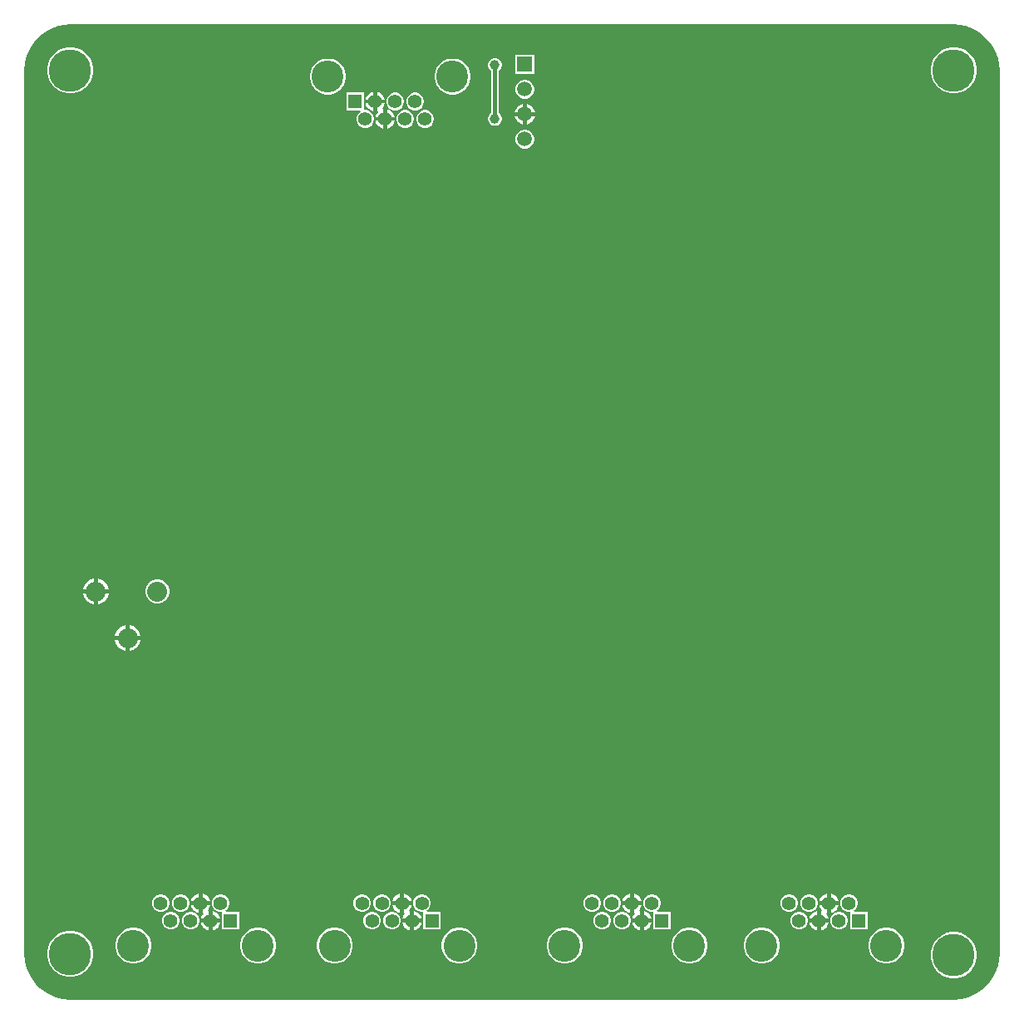
<source format=gbl>
G04*
G04 #@! TF.GenerationSoftware,Altium Limited,Altium Designer,23.7.1 (13)*
G04*
G04 Layer_Physical_Order=2*
G04 Layer_Color=16711680*
%FSLAX44Y44*%
%MOMM*%
G71*
G04*
G04 #@! TF.SameCoordinates,0BEFCA26-5C96-4926-A50D-4D7A3FA2ED98*
G04*
G04*
G04 #@! TF.FilePolarity,Positive*
G04*
G01*
G75*
%ADD61C,1.3900*%
%ADD62R,1.3900X1.3900*%
%ADD63C,3.2500*%
%ADD67C,0.4000*%
%ADD68R,1.5000X1.5000*%
%ADD69C,1.5000*%
%ADD70C,2.0320*%
%ADD72C,1.0000*%
%ADD73C,4.3180*%
G36*
X50000Y996666D02*
X950000D01*
X950140Y996694D01*
X956096Y996303D01*
X962088Y995112D01*
X967872Y993148D01*
X973352Y990446D01*
X978431Y987052D01*
X983024Y983024D01*
X987052Y978431D01*
X990446Y973352D01*
X993148Y967872D01*
X995112Y962088D01*
X996303Y956096D01*
X996694Y950140D01*
X996666Y950000D01*
X996666Y50000D01*
X996694Y49860D01*
X996303Y43904D01*
X995112Y37912D01*
X993148Y32127D01*
X990446Y26648D01*
X987052Y21569D01*
X983024Y16976D01*
X978431Y12948D01*
X973352Y9554D01*
X967872Y6852D01*
X962088Y4888D01*
X956096Y3697D01*
X950140Y3306D01*
X950000Y3334D01*
X50000D01*
X49860Y3306D01*
X43904Y3697D01*
X37912Y4888D01*
X32128Y6852D01*
X26648Y9554D01*
X21569Y12948D01*
X16976Y16976D01*
X12948Y21569D01*
X9554Y26648D01*
X6852Y32127D01*
X4888Y37912D01*
X3697Y43904D01*
X3380Y48739D01*
X3334Y50000D01*
X3334Y50000D01*
X3334Y51252D01*
Y950000D01*
X3306Y950140D01*
X3697Y956096D01*
X4888Y962088D01*
X6852Y967872D01*
X9554Y973352D01*
X12948Y978431D01*
X16976Y983024D01*
X21569Y987052D01*
X26648Y990446D01*
X32127Y993148D01*
X37912Y995112D01*
X43904Y996303D01*
X49860Y996694D01*
X50000Y996666D01*
D02*
G37*
%LPC*%
G36*
X522580Y965534D02*
X503580D01*
Y946534D01*
X522580D01*
Y965534D01*
D02*
G37*
G36*
X952323Y973590D02*
X947677D01*
X943119Y972683D01*
X938826Y970905D01*
X934962Y968324D01*
X931676Y965038D01*
X929095Y961174D01*
X927317Y956881D01*
X926410Y952323D01*
Y947677D01*
X927317Y943119D01*
X929095Y938826D01*
X931676Y934962D01*
X934962Y931676D01*
X938826Y929095D01*
X943119Y927317D01*
X947677Y926410D01*
X952323D01*
X956881Y927317D01*
X961174Y929095D01*
X965038Y931676D01*
X968324Y934962D01*
X970905Y938826D01*
X972683Y943119D01*
X973590Y947677D01*
Y952323D01*
X972683Y956881D01*
X970905Y961174D01*
X968324Y965038D01*
X965038Y968324D01*
X961174Y970905D01*
X956881Y972683D01*
X952323Y973590D01*
D02*
G37*
G36*
X52323D02*
X47677D01*
X43119Y972683D01*
X38826Y970905D01*
X34962Y968324D01*
X31676Y965038D01*
X29095Y961174D01*
X27317Y956881D01*
X26410Y952323D01*
Y947677D01*
X27317Y943119D01*
X29095Y938826D01*
X31676Y934962D01*
X34962Y931676D01*
X38826Y929095D01*
X43119Y927317D01*
X47677Y926410D01*
X52323D01*
X56881Y927317D01*
X61174Y929095D01*
X65038Y931676D01*
X68324Y934962D01*
X70905Y938826D01*
X72683Y943119D01*
X73590Y947677D01*
Y952323D01*
X72683Y956881D01*
X70905Y961174D01*
X68324Y965038D01*
X65038Y968324D01*
X61174Y970905D01*
X56881Y972683D01*
X52323Y973590D01*
D02*
G37*
G36*
X441217Y961860D02*
X437622D01*
X434097Y961159D01*
X430775Y959783D01*
X427786Y957786D01*
X425244Y955244D01*
X423247Y952255D01*
X421871Y948933D01*
X421170Y945407D01*
Y941813D01*
X421871Y938287D01*
X423247Y934965D01*
X425244Y931976D01*
X427786Y929434D01*
X430775Y927437D01*
X434097Y926061D01*
X437622Y925360D01*
X441217D01*
X444743Y926061D01*
X448065Y927437D01*
X451054Y929434D01*
X453596Y931976D01*
X455593Y934965D01*
X456969Y938287D01*
X457670Y941813D01*
Y945407D01*
X456969Y948933D01*
X455593Y952255D01*
X453596Y955244D01*
X451054Y957786D01*
X448065Y959783D01*
X444743Y961159D01*
X441217Y961860D01*
D02*
G37*
G36*
X314217D02*
X310623D01*
X307097Y961159D01*
X303775Y959783D01*
X300786Y957786D01*
X298244Y955244D01*
X296247Y952255D01*
X294871Y948933D01*
X294170Y945407D01*
Y941813D01*
X294871Y938287D01*
X296247Y934965D01*
X298244Y931976D01*
X300786Y929434D01*
X303775Y927437D01*
X307097Y926061D01*
X310623Y925360D01*
X314217D01*
X317743Y926061D01*
X321065Y927437D01*
X324054Y929434D01*
X326596Y931976D01*
X328593Y934965D01*
X329969Y938287D01*
X330670Y941813D01*
Y945407D01*
X329969Y948933D01*
X328593Y952255D01*
X326596Y955244D01*
X324054Y957786D01*
X321065Y959783D01*
X317743Y961159D01*
X314217Y961860D01*
D02*
G37*
G36*
X514331Y940134D02*
X511829D01*
X509413Y939486D01*
X507247Y938235D01*
X505478Y936467D01*
X504227Y934300D01*
X503580Y931884D01*
Y929383D01*
X504227Y926967D01*
X505478Y924800D01*
X507247Y923032D01*
X509413Y921781D01*
X511829Y921134D01*
X514331D01*
X516747Y921781D01*
X518913Y923032D01*
X520682Y924800D01*
X521933Y926967D01*
X522580Y929383D01*
Y931884D01*
X521933Y934300D01*
X520682Y936467D01*
X518913Y938235D01*
X516747Y939486D01*
X514331Y940134D01*
D02*
G37*
G36*
X362680Y927975D02*
Y920210D01*
X370445D01*
X369952Y922051D01*
X368642Y924319D01*
X366789Y926172D01*
X364521Y927482D01*
X362680Y927975D01*
D02*
G37*
G36*
X358680Y927975D02*
X356839Y927482D01*
X354571Y926172D01*
X352718Y924319D01*
X351408Y922051D01*
X350915Y920210D01*
X358680D01*
Y927975D01*
D02*
G37*
G36*
X402498Y927160D02*
X400142D01*
X397865Y926550D01*
X395825Y925372D01*
X394158Y923705D01*
X392980Y921665D01*
X392370Y919388D01*
Y917032D01*
X392980Y914755D01*
X394158Y912715D01*
X395825Y911048D01*
X397865Y909870D01*
X400142Y909260D01*
X402498D01*
X404775Y909870D01*
X406815Y911048D01*
X408482Y912715D01*
X409660Y914755D01*
X410270Y917032D01*
Y919388D01*
X409660Y921665D01*
X408482Y923705D01*
X406815Y925372D01*
X404775Y926550D01*
X402498Y927160D01*
D02*
G37*
G36*
X382178D02*
X379822D01*
X377545Y926550D01*
X375505Y925372D01*
X373838Y923705D01*
X372660Y921665D01*
X372050Y919388D01*
Y917032D01*
X372660Y914755D01*
X373838Y912715D01*
X375505Y911048D01*
X377545Y909870D01*
X379822Y909260D01*
X382178D01*
X384455Y909870D01*
X386495Y911048D01*
X388162Y912715D01*
X389340Y914755D01*
X389950Y917032D01*
Y919388D01*
X389340Y921665D01*
X388162Y923705D01*
X386495Y925372D01*
X384455Y926550D01*
X382178Y927160D01*
D02*
G37*
G36*
X358680Y916210D02*
X350915D01*
X351408Y914369D01*
X352718Y912101D01*
X354571Y910248D01*
X356839Y908938D01*
X358680Y908445D01*
Y916210D01*
D02*
G37*
G36*
X515080Y915568D02*
Y907233D01*
X523414D01*
X522864Y909286D01*
X521482Y911681D01*
X519527Y913636D01*
X517133Y915018D01*
X515080Y915568D01*
D02*
G37*
G36*
X511080Y915568D02*
X509027Y915018D01*
X506633Y913636D01*
X504678Y911681D01*
X503296Y909286D01*
X502746Y907233D01*
X511080D01*
Y915568D01*
D02*
G37*
G36*
X372840Y910195D02*
Y902430D01*
X380605D01*
X380112Y904271D01*
X378802Y906539D01*
X376949Y908392D01*
X374681Y909702D01*
X372840Y910195D01*
D02*
G37*
G36*
X370445Y916210D02*
X362680D01*
Y908445D01*
X363100Y908557D01*
X363757Y907419D01*
X362878Y906539D01*
X361568Y904271D01*
X361075Y902430D01*
X368840D01*
Y910195D01*
X368420Y910083D01*
X367763Y911221D01*
X368642Y912101D01*
X369952Y914369D01*
X370445Y916210D01*
D02*
G37*
G36*
X511080Y903233D02*
X502746D01*
X503296Y901181D01*
X504678Y898786D01*
X506633Y896832D01*
X509027Y895449D01*
X511080Y894899D01*
Y903233D01*
D02*
G37*
G36*
X523414D02*
X515080D01*
Y894899D01*
X517133Y895449D01*
X519527Y896832D01*
X521482Y898786D01*
X522864Y901181D01*
X523414Y903233D01*
D02*
G37*
G36*
X483522Y962244D02*
X481678D01*
X479898Y961767D01*
X478302Y960845D01*
X476999Y959542D01*
X476077Y957946D01*
X475600Y956165D01*
Y954322D01*
X476077Y952542D01*
X476999Y950946D01*
X478302Y949642D01*
X478522Y949515D01*
Y906158D01*
X478302Y906031D01*
X476999Y904728D01*
X476077Y903132D01*
X475600Y901352D01*
Y899508D01*
X476077Y897728D01*
X476999Y896132D01*
X478302Y894829D01*
X479898Y893907D01*
X481678Y893430D01*
X483522D01*
X485302Y893907D01*
X486898Y894829D01*
X488201Y896132D01*
X489123Y897728D01*
X489600Y899508D01*
Y901352D01*
X489123Y903132D01*
X488201Y904728D01*
X486898Y906031D01*
X486678Y906158D01*
Y949515D01*
X486898Y949642D01*
X488201Y950946D01*
X489123Y952542D01*
X489600Y954322D01*
Y956165D01*
X489123Y957946D01*
X488201Y959542D01*
X486898Y960845D01*
X485302Y961767D01*
X483522Y962244D01*
D02*
G37*
G36*
X412658Y909380D02*
X410302D01*
X408025Y908770D01*
X405985Y907592D01*
X404318Y905925D01*
X403140Y903885D01*
X402530Y901608D01*
Y899252D01*
X403140Y896975D01*
X404318Y894935D01*
X405985Y893268D01*
X408025Y892090D01*
X410302Y891480D01*
X412658D01*
X414935Y892090D01*
X416975Y893268D01*
X418642Y894935D01*
X419820Y896975D01*
X420430Y899252D01*
Y901608D01*
X419820Y903885D01*
X418642Y905925D01*
X416975Y907592D01*
X414935Y908770D01*
X412658Y909380D01*
D02*
G37*
G36*
X392338D02*
X389982D01*
X387705Y908770D01*
X385665Y907592D01*
X383998Y905925D01*
X382820Y903885D01*
X382210Y901608D01*
Y899252D01*
X382820Y896975D01*
X383998Y894935D01*
X385665Y893268D01*
X387705Y892090D01*
X389982Y891480D01*
X392338D01*
X394615Y892090D01*
X396655Y893268D01*
X398322Y894935D01*
X399500Y896975D01*
X400110Y899252D01*
Y901608D01*
X399500Y903885D01*
X398322Y905925D01*
X396655Y907592D01*
X394615Y908770D01*
X392338Y909380D01*
D02*
G37*
G36*
X349310Y927160D02*
X331410D01*
Y909260D01*
X345374D01*
X345714Y907990D01*
X345025Y907592D01*
X343358Y905925D01*
X342180Y903885D01*
X341570Y901608D01*
Y899252D01*
X342180Y896975D01*
X343358Y894935D01*
X345025Y893268D01*
X347065Y892090D01*
X349342Y891480D01*
X351698D01*
X353975Y892090D01*
X356015Y893268D01*
X357682Y894935D01*
X358860Y896975D01*
X359470Y899252D01*
Y901608D01*
X358860Y903885D01*
X357682Y905925D01*
X356015Y907592D01*
X353975Y908770D01*
X351698Y909380D01*
X350114D01*
X349342Y909380D01*
X349310Y909404D01*
X349310Y910389D01*
Y927160D01*
D02*
G37*
G36*
X368840Y898430D02*
X361075D01*
X361568Y896589D01*
X362878Y894321D01*
X364731Y892468D01*
X366999Y891158D01*
X368840Y890665D01*
Y898430D01*
D02*
G37*
G36*
X380605D02*
X372840D01*
Y890665D01*
X374681Y891158D01*
X376949Y892468D01*
X378802Y894321D01*
X380112Y896589D01*
X380605Y898430D01*
D02*
G37*
G36*
X514331Y889333D02*
X511829D01*
X509413Y888686D01*
X507247Y887435D01*
X505478Y885667D01*
X504227Y883500D01*
X503580Y881084D01*
Y878583D01*
X504227Y876167D01*
X505478Y874000D01*
X507247Y872232D01*
X509413Y870981D01*
X511829Y870334D01*
X514331D01*
X516747Y870981D01*
X518913Y872232D01*
X520682Y874000D01*
X521933Y876167D01*
X522580Y878583D01*
Y881084D01*
X521933Y883500D01*
X520682Y885667D01*
X518913Y887435D01*
X516747Y888686D01*
X514331Y889333D01*
D02*
G37*
G36*
X78200Y432188D02*
Y421100D01*
X89288D01*
X88463Y424180D01*
X86731Y427180D01*
X84280Y429631D01*
X81280Y431363D01*
X78200Y432188D01*
D02*
G37*
G36*
X74200D02*
X71120Y431363D01*
X68120Y429631D01*
X65669Y427180D01*
X63937Y424180D01*
X63112Y421100D01*
X74200D01*
Y432188D01*
D02*
G37*
G36*
X140298Y431260D02*
X137096D01*
X134003Y430431D01*
X131230Y428830D01*
X128966Y426566D01*
X127365Y423794D01*
X126537Y420701D01*
Y417499D01*
X127365Y414406D01*
X128966Y411634D01*
X131230Y409370D01*
X134003Y407769D01*
X137096Y406940D01*
X140298D01*
X143390Y407769D01*
X146163Y409370D01*
X148427Y411634D01*
X150028Y414406D01*
X150857Y417499D01*
Y420701D01*
X150028Y423794D01*
X148427Y426566D01*
X146163Y428830D01*
X143390Y430431D01*
X140298Y431260D01*
D02*
G37*
G36*
X89288Y417100D02*
X78200D01*
Y406012D01*
X81280Y406837D01*
X84280Y408569D01*
X86731Y411020D01*
X88463Y414020D01*
X89288Y417100D01*
D02*
G37*
G36*
X74200D02*
X63112D01*
X63937Y414020D01*
X65669Y411020D01*
X68120Y408569D01*
X71120Y406837D01*
X74200Y406012D01*
Y417100D01*
D02*
G37*
G36*
X110699Y384690D02*
Y373602D01*
X121788D01*
X120962Y376682D01*
X119230Y379682D01*
X116780Y382133D01*
X113779Y383865D01*
X110699Y384690D01*
D02*
G37*
G36*
X106699Y384690D02*
X103620Y383865D01*
X100619Y382133D01*
X98169Y379682D01*
X96436Y376682D01*
X95611Y373602D01*
X106699D01*
Y384690D01*
D02*
G37*
G36*
X121788Y369602D02*
X110699D01*
Y358514D01*
X113779Y359339D01*
X116780Y361071D01*
X119230Y363521D01*
X120962Y366522D01*
X121788Y369602D01*
D02*
G37*
G36*
X106699D02*
X95611D01*
X96436Y366522D01*
X98169Y363521D01*
X100619Y361071D01*
X103620Y359339D01*
X106699Y358514D01*
Y369602D01*
D02*
G37*
G36*
X824960Y111365D02*
Y103600D01*
X832725D01*
X832232Y105441D01*
X830922Y107709D01*
X829069Y109562D01*
X826801Y110872D01*
X824960Y111365D01*
D02*
G37*
G36*
X820960D02*
X819119Y110872D01*
X816851Y109562D01*
X814998Y107709D01*
X813688Y105441D01*
X813195Y103600D01*
X820960D01*
Y111365D01*
D02*
G37*
G36*
X624300D02*
Y103600D01*
X632065D01*
X631572Y105441D01*
X630262Y107709D01*
X628409Y109562D01*
X626141Y110872D01*
X624300Y111365D01*
D02*
G37*
G36*
X620300D02*
X618459Y110872D01*
X616191Y109562D01*
X614338Y107709D01*
X613028Y105441D01*
X612535Y103600D01*
X620300D01*
Y111365D01*
D02*
G37*
G36*
X389930D02*
Y103600D01*
X397695D01*
X397202Y105441D01*
X395892Y107709D01*
X394039Y109562D01*
X391771Y110872D01*
X389930Y111365D01*
D02*
G37*
G36*
X385930D02*
X384090Y110872D01*
X381821Y109562D01*
X379968Y107709D01*
X378658Y105441D01*
X378165Y103600D01*
X385930D01*
Y111365D01*
D02*
G37*
G36*
X184880D02*
Y103600D01*
X192645D01*
X192152Y105441D01*
X190842Y107709D01*
X188989Y109562D01*
X186721Y110872D01*
X184880Y111365D01*
D02*
G37*
G36*
X180880D02*
X179039Y110872D01*
X176771Y109562D01*
X174918Y107709D01*
X173608Y105441D01*
X173115Y103600D01*
X180880D01*
Y111365D01*
D02*
G37*
G36*
X820960Y99600D02*
X813195D01*
X813688Y97759D01*
X814998Y95491D01*
X815877Y94611D01*
X815220Y93473D01*
X814800Y93585D01*
Y85820D01*
X822565D01*
X822072Y87661D01*
X820762Y89929D01*
X819883Y90809D01*
X820540Y91947D01*
X820960Y91835D01*
Y99600D01*
D02*
G37*
G36*
X803818Y110550D02*
X801462D01*
X799185Y109940D01*
X797145Y108762D01*
X795478Y107095D01*
X794300Y105055D01*
X793690Y102778D01*
Y100422D01*
X794300Y98145D01*
X795478Y96105D01*
X797145Y94438D01*
X799185Y93260D01*
X801462Y92650D01*
X803818D01*
X806095Y93260D01*
X808135Y94438D01*
X809802Y96105D01*
X810980Y98145D01*
X811590Y100422D01*
Y102778D01*
X810980Y105055D01*
X809802Y107095D01*
X808135Y108762D01*
X806095Y109940D01*
X803818Y110550D01*
D02*
G37*
G36*
X783498D02*
X781142D01*
X778865Y109940D01*
X776825Y108762D01*
X775158Y107095D01*
X773980Y105055D01*
X773370Y102778D01*
Y100422D01*
X773980Y98145D01*
X775158Y96105D01*
X776825Y94438D01*
X778865Y93260D01*
X781142Y92650D01*
X783498D01*
X785775Y93260D01*
X787815Y94438D01*
X789482Y96105D01*
X790660Y98145D01*
X791270Y100422D01*
Y102778D01*
X790660Y105055D01*
X789482Y107095D01*
X787815Y108762D01*
X785775Y109940D01*
X783498Y110550D01*
D02*
G37*
G36*
X603158D02*
X600802D01*
X598525Y109940D01*
X596485Y108762D01*
X594818Y107095D01*
X593640Y105055D01*
X593030Y102778D01*
Y100422D01*
X593640Y98145D01*
X594818Y96105D01*
X596485Y94438D01*
X598525Y93260D01*
X600802Y92650D01*
X603158D01*
X605435Y93260D01*
X607475Y94438D01*
X609142Y96105D01*
X610320Y98145D01*
X610930Y100422D01*
Y102778D01*
X610320Y105055D01*
X609142Y107095D01*
X607475Y108762D01*
X605435Y109940D01*
X603158Y110550D01*
D02*
G37*
G36*
X582838D02*
X580482D01*
X578205Y109940D01*
X576165Y108762D01*
X574498Y107095D01*
X573320Y105055D01*
X572710Y102778D01*
Y100422D01*
X573320Y98145D01*
X574498Y96105D01*
X576165Y94438D01*
X578205Y93260D01*
X580482Y92650D01*
X582838D01*
X585115Y93260D01*
X587155Y94438D01*
X588822Y96105D01*
X590000Y98145D01*
X590610Y100422D01*
Y102778D01*
X590000Y105055D01*
X588822Y107095D01*
X587155Y108762D01*
X585115Y109940D01*
X582838Y110550D01*
D02*
G37*
G36*
X368788D02*
X366432D01*
X364155Y109940D01*
X362115Y108762D01*
X360448Y107095D01*
X359270Y105055D01*
X358660Y102778D01*
Y100422D01*
X359270Y98145D01*
X360448Y96105D01*
X362115Y94438D01*
X364155Y93260D01*
X366432Y92650D01*
X368788D01*
X371065Y93260D01*
X373106Y94438D01*
X374772Y96105D01*
X375950Y98145D01*
X376560Y100422D01*
Y102778D01*
X375950Y105055D01*
X374772Y107095D01*
X373106Y108762D01*
X371065Y109940D01*
X368788Y110550D01*
D02*
G37*
G36*
X348468D02*
X346112D01*
X343835Y109940D01*
X341795Y108762D01*
X340128Y107095D01*
X338950Y105055D01*
X338340Y102778D01*
Y100422D01*
X338950Y98145D01*
X340128Y96105D01*
X341795Y94438D01*
X343835Y93260D01*
X346112Y92650D01*
X348468D01*
X350745Y93260D01*
X352785Y94438D01*
X354452Y96105D01*
X355630Y98145D01*
X356240Y100422D01*
Y102778D01*
X355630Y105055D01*
X354452Y107095D01*
X352785Y108762D01*
X350745Y109940D01*
X348468Y110550D01*
D02*
G37*
G36*
X163738D02*
X161382D01*
X159105Y109940D01*
X157065Y108762D01*
X155398Y107095D01*
X154220Y105055D01*
X153610Y102778D01*
Y100422D01*
X154220Y98145D01*
X155398Y96105D01*
X157065Y94438D01*
X159105Y93260D01*
X161382Y92650D01*
X163738D01*
X166015Y93260D01*
X168055Y94438D01*
X169722Y96105D01*
X170900Y98145D01*
X171510Y100422D01*
Y102778D01*
X170900Y105055D01*
X169722Y107095D01*
X168055Y108762D01*
X166015Y109940D01*
X163738Y110550D01*
D02*
G37*
G36*
X143418D02*
X141062D01*
X138785Y109940D01*
X136745Y108762D01*
X135078Y107095D01*
X133900Y105055D01*
X133290Y102778D01*
Y100422D01*
X133900Y98145D01*
X135078Y96105D01*
X136745Y94438D01*
X138785Y93260D01*
X141062Y92650D01*
X143418D01*
X145695Y93260D01*
X147735Y94438D01*
X149402Y96105D01*
X150580Y98145D01*
X151190Y100422D01*
Y102778D01*
X150580Y105055D01*
X149402Y107095D01*
X147735Y108762D01*
X145695Y109940D01*
X143418Y110550D01*
D02*
G37*
G36*
X832725Y99600D02*
X824960D01*
Y91835D01*
X826801Y92328D01*
X829069Y93638D01*
X830922Y95491D01*
X832232Y97759D01*
X832725Y99600D01*
D02*
G37*
G36*
X620300D02*
X612535D01*
X613028Y97759D01*
X614338Y95491D01*
X616191Y93638D01*
X618459Y92328D01*
X620300Y91835D01*
Y99600D01*
D02*
G37*
G36*
X385930D02*
X378165D01*
X378658Y97759D01*
X379968Y95491D01*
X381821Y93638D01*
X384090Y92328D01*
X385930Y91835D01*
Y99600D01*
D02*
G37*
G36*
X180880D02*
X173115D01*
X173608Y97759D01*
X174918Y95491D01*
X176771Y93638D01*
X179039Y92328D01*
X180880Y91835D01*
Y99600D01*
D02*
G37*
G36*
X810800Y93585D02*
X808959Y93092D01*
X806691Y91782D01*
X804838Y89929D01*
X803528Y87661D01*
X803035Y85820D01*
X810800D01*
Y93585D01*
D02*
G37*
G36*
X634460D02*
Y85820D01*
X642225D01*
X641732Y87661D01*
X640422Y89929D01*
X638569Y91782D01*
X636301Y93092D01*
X634460Y93585D01*
D02*
G37*
G36*
X632065Y99600D02*
X624300D01*
Y91835D01*
X624720Y91947D01*
X625377Y90809D01*
X624498Y89929D01*
X623188Y87661D01*
X622695Y85820D01*
X630460D01*
Y93585D01*
X630040Y93473D01*
X629383Y94611D01*
X630262Y95491D01*
X631572Y97759D01*
X632065Y99600D01*
D02*
G37*
G36*
X400090Y93585D02*
Y85820D01*
X407855D01*
X407362Y87661D01*
X406052Y89929D01*
X404199Y91782D01*
X401931Y93092D01*
X400090Y93585D01*
D02*
G37*
G36*
X397695Y99600D02*
X389930D01*
Y91835D01*
X390350Y91947D01*
X391007Y90809D01*
X390128Y89929D01*
X388818Y87661D01*
X388325Y85820D01*
X396090D01*
Y93585D01*
X395670Y93473D01*
X395013Y94611D01*
X395892Y95491D01*
X397202Y97759D01*
X397695Y99600D01*
D02*
G37*
G36*
X195040Y93585D02*
Y85820D01*
X202805D01*
X202312Y87661D01*
X201002Y89929D01*
X199149Y91782D01*
X196881Y93092D01*
X195040Y93585D01*
D02*
G37*
G36*
X192645Y99600D02*
X184880D01*
Y91835D01*
X185300Y91947D01*
X185957Y90809D01*
X185078Y89929D01*
X183768Y87661D01*
X183275Y85820D01*
X191040D01*
Y93585D01*
X190620Y93473D01*
X189963Y94611D01*
X190842Y95491D01*
X192152Y97759D01*
X192645Y99600D01*
D02*
G37*
G36*
X844458Y110550D02*
X842102D01*
X839825Y109940D01*
X837785Y108762D01*
X836118Y107095D01*
X834940Y105055D01*
X834330Y102778D01*
Y100422D01*
X834940Y98145D01*
X836118Y96105D01*
X837785Y94438D01*
X839825Y93260D01*
X842102Y92650D01*
X843686D01*
X844458Y92650D01*
X844490Y92626D01*
X844490Y91641D01*
Y74870D01*
X862390D01*
Y92770D01*
X848426D01*
X848086Y94040D01*
X848775Y94438D01*
X850442Y96105D01*
X851620Y98145D01*
X852230Y100422D01*
Y102778D01*
X851620Y105055D01*
X850442Y107095D01*
X848775Y108762D01*
X846735Y109940D01*
X844458Y110550D01*
D02*
G37*
G36*
X834298Y92770D02*
X831942D01*
X829665Y92160D01*
X827625Y90982D01*
X825958Y89315D01*
X824780Y87275D01*
X824170Y84998D01*
Y82642D01*
X824780Y80365D01*
X825958Y78325D01*
X827625Y76658D01*
X829665Y75480D01*
X831942Y74870D01*
X834298D01*
X836575Y75480D01*
X838615Y76658D01*
X840282Y78325D01*
X841460Y80365D01*
X842070Y82642D01*
Y84998D01*
X841460Y87275D01*
X840282Y89315D01*
X838615Y90982D01*
X836575Y92160D01*
X834298Y92770D01*
D02*
G37*
G36*
X793658D02*
X791302D01*
X789025Y92160D01*
X786985Y90982D01*
X785318Y89315D01*
X784140Y87275D01*
X783530Y84998D01*
Y82642D01*
X784140Y80365D01*
X785318Y78325D01*
X786985Y76658D01*
X789025Y75480D01*
X791302Y74870D01*
X793658D01*
X795935Y75480D01*
X797975Y76658D01*
X799642Y78325D01*
X800820Y80365D01*
X801430Y82642D01*
Y84998D01*
X800820Y87275D01*
X799642Y89315D01*
X797975Y90982D01*
X795935Y92160D01*
X793658Y92770D01*
D02*
G37*
G36*
X643798Y110550D02*
X641442D01*
X639165Y109940D01*
X637125Y108762D01*
X635458Y107095D01*
X634280Y105055D01*
X633670Y102778D01*
Y100422D01*
X634280Y98145D01*
X635458Y96105D01*
X637125Y94438D01*
X639165Y93260D01*
X641442Y92650D01*
X643026D01*
X643798Y92650D01*
X643830Y92626D01*
X643830Y91641D01*
Y74870D01*
X661730D01*
Y92770D01*
X647766D01*
X647426Y94040D01*
X648115Y94438D01*
X649782Y96105D01*
X650960Y98145D01*
X651570Y100422D01*
Y102778D01*
X650960Y105055D01*
X649782Y107095D01*
X648115Y108762D01*
X646075Y109940D01*
X643798Y110550D01*
D02*
G37*
G36*
X613318Y92770D02*
X610962D01*
X608685Y92160D01*
X606645Y90982D01*
X604978Y89315D01*
X603800Y87275D01*
X603190Y84998D01*
Y82642D01*
X603800Y80365D01*
X604978Y78325D01*
X606645Y76658D01*
X608685Y75480D01*
X610962Y74870D01*
X613318D01*
X615595Y75480D01*
X617635Y76658D01*
X619302Y78325D01*
X620480Y80365D01*
X621090Y82642D01*
Y84998D01*
X620480Y87275D01*
X619302Y89315D01*
X617635Y90982D01*
X615595Y92160D01*
X613318Y92770D01*
D02*
G37*
G36*
X592998D02*
X590642D01*
X588365Y92160D01*
X586325Y90982D01*
X584658Y89315D01*
X583480Y87275D01*
X582870Y84998D01*
Y82642D01*
X583480Y80365D01*
X584658Y78325D01*
X586325Y76658D01*
X588365Y75480D01*
X590642Y74870D01*
X592998D01*
X595275Y75480D01*
X597315Y76658D01*
X598982Y78325D01*
X600160Y80365D01*
X600770Y82642D01*
Y84998D01*
X600160Y87275D01*
X598982Y89315D01*
X597315Y90982D01*
X595275Y92160D01*
X592998Y92770D01*
D02*
G37*
G36*
X409428Y110550D02*
X407072D01*
X404795Y109940D01*
X402755Y108762D01*
X401088Y107095D01*
X399910Y105055D01*
X399300Y102778D01*
Y100422D01*
X399910Y98145D01*
X401088Y96105D01*
X402755Y94438D01*
X404795Y93260D01*
X407072Y92650D01*
X408656D01*
X409428Y92650D01*
X409460Y92626D01*
X409460Y91641D01*
Y74870D01*
X427360D01*
Y92770D01*
X413396D01*
X413056Y94040D01*
X413745Y94438D01*
X415412Y96105D01*
X416590Y98145D01*
X417200Y100422D01*
Y102778D01*
X416590Y105055D01*
X415412Y107095D01*
X413745Y108762D01*
X411705Y109940D01*
X409428Y110550D01*
D02*
G37*
G36*
X378948Y92770D02*
X376592D01*
X374315Y92160D01*
X372275Y90982D01*
X370608Y89315D01*
X369430Y87275D01*
X368820Y84998D01*
Y82642D01*
X369430Y80365D01*
X370608Y78325D01*
X372275Y76658D01*
X374315Y75480D01*
X376592Y74870D01*
X378948D01*
X381225Y75480D01*
X383265Y76658D01*
X384932Y78325D01*
X386110Y80365D01*
X386720Y82642D01*
Y84998D01*
X386110Y87275D01*
X384932Y89315D01*
X383265Y90982D01*
X381225Y92160D01*
X378948Y92770D01*
D02*
G37*
G36*
X358628D02*
X356272D01*
X353995Y92160D01*
X351955Y90982D01*
X350288Y89315D01*
X349110Y87275D01*
X348500Y84998D01*
Y82642D01*
X349110Y80365D01*
X350288Y78325D01*
X351955Y76658D01*
X353995Y75480D01*
X356272Y74870D01*
X358628D01*
X360905Y75480D01*
X362946Y76658D01*
X364612Y78325D01*
X365790Y80365D01*
X366400Y82642D01*
Y84998D01*
X365790Y87275D01*
X364612Y89315D01*
X362946Y90982D01*
X360905Y92160D01*
X358628Y92770D01*
D02*
G37*
G36*
X204378Y110550D02*
X202022D01*
X199745Y109940D01*
X197705Y108762D01*
X196038Y107095D01*
X194860Y105055D01*
X194250Y102778D01*
Y100422D01*
X194860Y98145D01*
X196038Y96105D01*
X197705Y94438D01*
X199745Y93260D01*
X202022Y92650D01*
X203606D01*
X204378Y92650D01*
X204410Y92626D01*
X204410Y91641D01*
Y74870D01*
X222310D01*
Y92770D01*
X208346D01*
X208006Y94040D01*
X208695Y94438D01*
X210362Y96105D01*
X211540Y98145D01*
X212150Y100422D01*
Y102778D01*
X211540Y105055D01*
X210362Y107095D01*
X208695Y108762D01*
X206655Y109940D01*
X204378Y110550D01*
D02*
G37*
G36*
X173898Y92770D02*
X171542D01*
X169265Y92160D01*
X167225Y90982D01*
X165558Y89315D01*
X164380Y87275D01*
X163770Y84998D01*
Y82642D01*
X164380Y80365D01*
X165558Y78325D01*
X167225Y76658D01*
X169265Y75480D01*
X171542Y74870D01*
X173898D01*
X176175Y75480D01*
X178215Y76658D01*
X179882Y78325D01*
X181060Y80365D01*
X181670Y82642D01*
Y84998D01*
X181060Y87275D01*
X179882Y89315D01*
X178215Y90982D01*
X176175Y92160D01*
X173898Y92770D01*
D02*
G37*
G36*
X153578D02*
X151222D01*
X148945Y92160D01*
X146905Y90982D01*
X145238Y89315D01*
X144060Y87275D01*
X143450Y84998D01*
Y82642D01*
X144060Y80365D01*
X145238Y78325D01*
X146905Y76658D01*
X148945Y75480D01*
X151222Y74870D01*
X153578D01*
X155855Y75480D01*
X157895Y76658D01*
X159562Y78325D01*
X160740Y80365D01*
X161350Y82642D01*
Y84998D01*
X160740Y87275D01*
X159562Y89315D01*
X157895Y90982D01*
X155855Y92160D01*
X153578Y92770D01*
D02*
G37*
G36*
X822565Y81820D02*
X814800D01*
Y74055D01*
X816641Y74548D01*
X818909Y75858D01*
X820762Y77711D01*
X822072Y79979D01*
X822565Y81820D01*
D02*
G37*
G36*
X810800D02*
X803035D01*
X803528Y79979D01*
X804838Y77711D01*
X806691Y75858D01*
X808959Y74548D01*
X810800Y74055D01*
Y81820D01*
D02*
G37*
G36*
X642225D02*
X634460D01*
Y74055D01*
X636301Y74548D01*
X638569Y75858D01*
X640422Y77711D01*
X641732Y79979D01*
X642225Y81820D01*
D02*
G37*
G36*
X630460D02*
X622695D01*
X623188Y79979D01*
X624498Y77711D01*
X626351Y75858D01*
X628619Y74548D01*
X630460Y74055D01*
Y81820D01*
D02*
G37*
G36*
X407855D02*
X400090D01*
Y74055D01*
X401931Y74548D01*
X404199Y75858D01*
X406052Y77711D01*
X407362Y79979D01*
X407855Y81820D01*
D02*
G37*
G36*
X396090D02*
X388325D01*
X388818Y79979D01*
X390128Y77711D01*
X391981Y75858D01*
X394249Y74548D01*
X396090Y74055D01*
Y81820D01*
D02*
G37*
G36*
X202805D02*
X195040D01*
Y74055D01*
X196881Y74548D01*
X199149Y75858D01*
X201002Y77711D01*
X202312Y79979D01*
X202805Y81820D01*
D02*
G37*
G36*
X191040D02*
X183275D01*
X183768Y79979D01*
X185078Y77711D01*
X186931Y75858D01*
X189199Y74548D01*
X191040Y74055D01*
Y81820D01*
D02*
G37*
G36*
X883177Y76670D02*
X879583D01*
X876057Y75969D01*
X872735Y74593D01*
X869746Y72596D01*
X867204Y70054D01*
X865207Y67065D01*
X863831Y63743D01*
X863130Y60217D01*
Y56623D01*
X863831Y53097D01*
X865207Y49775D01*
X867204Y46786D01*
X869746Y44244D01*
X872735Y42247D01*
X876057Y40871D01*
X879583Y40170D01*
X883177D01*
X886703Y40871D01*
X890025Y42247D01*
X893014Y44244D01*
X895556Y46786D01*
X897553Y49775D01*
X898929Y53097D01*
X899630Y56623D01*
Y60217D01*
X898929Y63743D01*
X897553Y67065D01*
X895556Y70054D01*
X893014Y72596D01*
X890025Y74593D01*
X886703Y75969D01*
X883177Y76670D01*
D02*
G37*
G36*
X756178D02*
X752582D01*
X749057Y75969D01*
X745735Y74593D01*
X742746Y72596D01*
X740204Y70054D01*
X738207Y67065D01*
X736831Y63743D01*
X736130Y60217D01*
Y56623D01*
X736831Y53097D01*
X738207Y49775D01*
X740204Y46786D01*
X742746Y44244D01*
X745735Y42247D01*
X749057Y40871D01*
X752582Y40170D01*
X756178D01*
X759703Y40871D01*
X763025Y42247D01*
X766014Y44244D01*
X768556Y46786D01*
X770553Y49775D01*
X771929Y53097D01*
X772630Y56623D01*
Y60217D01*
X771929Y63743D01*
X770553Y67065D01*
X768556Y70054D01*
X766014Y72596D01*
X763025Y74593D01*
X759703Y75969D01*
X756178Y76670D01*
D02*
G37*
G36*
X682517D02*
X678923D01*
X675397Y75969D01*
X672075Y74593D01*
X669086Y72596D01*
X666544Y70054D01*
X664547Y67065D01*
X663171Y63743D01*
X662470Y60217D01*
Y56623D01*
X663171Y53097D01*
X664547Y49775D01*
X666544Y46786D01*
X669086Y44244D01*
X672075Y42247D01*
X675397Y40871D01*
X678923Y40170D01*
X682517D01*
X686043Y40871D01*
X689365Y42247D01*
X692354Y44244D01*
X694896Y46786D01*
X696893Y49775D01*
X698269Y53097D01*
X698970Y56623D01*
Y60217D01*
X698269Y63743D01*
X696893Y67065D01*
X694896Y70054D01*
X692354Y72596D01*
X689365Y74593D01*
X686043Y75969D01*
X682517Y76670D01*
D02*
G37*
G36*
X555518D02*
X551922D01*
X548397Y75969D01*
X545075Y74593D01*
X542086Y72596D01*
X539544Y70054D01*
X537547Y67065D01*
X536171Y63743D01*
X535470Y60217D01*
Y56623D01*
X536171Y53097D01*
X537547Y49775D01*
X539544Y46786D01*
X542086Y44244D01*
X545075Y42247D01*
X548397Y40871D01*
X551922Y40170D01*
X555518D01*
X559043Y40871D01*
X562365Y42247D01*
X565354Y44244D01*
X567896Y46786D01*
X569893Y49775D01*
X571269Y53097D01*
X571970Y56623D01*
Y60217D01*
X571269Y63743D01*
X569893Y67065D01*
X567896Y70054D01*
X565354Y72596D01*
X562365Y74593D01*
X559043Y75969D01*
X555518Y76670D01*
D02*
G37*
G36*
X448148D02*
X444552D01*
X441027Y75969D01*
X437705Y74593D01*
X434716Y72596D01*
X432174Y70054D01*
X430177Y67065D01*
X428801Y63743D01*
X428100Y60217D01*
Y56623D01*
X428801Y53097D01*
X430177Y49775D01*
X432174Y46786D01*
X434716Y44244D01*
X437705Y42247D01*
X441027Y40871D01*
X444552Y40170D01*
X448148D01*
X451673Y40871D01*
X454995Y42247D01*
X457984Y44244D01*
X460526Y46786D01*
X462523Y49775D01*
X463899Y53097D01*
X464600Y56623D01*
Y60217D01*
X463899Y63743D01*
X462523Y67065D01*
X460526Y70054D01*
X457984Y72596D01*
X454995Y74593D01*
X451673Y75969D01*
X448148Y76670D01*
D02*
G37*
G36*
X321147D02*
X317553D01*
X314027Y75969D01*
X310705Y74593D01*
X307716Y72596D01*
X305174Y70054D01*
X303177Y67065D01*
X301801Y63743D01*
X301100Y60217D01*
Y56623D01*
X301801Y53097D01*
X303177Y49775D01*
X305174Y46786D01*
X307716Y44244D01*
X310705Y42247D01*
X314027Y40871D01*
X317553Y40170D01*
X321147D01*
X324673Y40871D01*
X327995Y42247D01*
X330984Y44244D01*
X333526Y46786D01*
X335523Y49775D01*
X336899Y53097D01*
X337600Y56623D01*
Y60217D01*
X336899Y63743D01*
X335523Y67065D01*
X333526Y70054D01*
X330984Y72596D01*
X327995Y74593D01*
X324673Y75969D01*
X321147Y76670D01*
D02*
G37*
G36*
X243097D02*
X239503D01*
X235977Y75969D01*
X232655Y74593D01*
X229666Y72596D01*
X227124Y70054D01*
X225127Y67065D01*
X223751Y63743D01*
X223050Y60217D01*
Y56623D01*
X223751Y53097D01*
X225127Y49775D01*
X227124Y46786D01*
X229666Y44244D01*
X232655Y42247D01*
X235977Y40871D01*
X239503Y40170D01*
X243097D01*
X246623Y40871D01*
X249945Y42247D01*
X252934Y44244D01*
X255476Y46786D01*
X257473Y49775D01*
X258849Y53097D01*
X259550Y56623D01*
Y60217D01*
X258849Y63743D01*
X257473Y67065D01*
X255476Y70054D01*
X252934Y72596D01*
X249945Y74593D01*
X246623Y75969D01*
X243097Y76670D01*
D02*
G37*
G36*
X116097D02*
X112502D01*
X108977Y75969D01*
X105655Y74593D01*
X102666Y72596D01*
X100124Y70054D01*
X98127Y67065D01*
X96751Y63743D01*
X96050Y60217D01*
Y56623D01*
X96751Y53097D01*
X98127Y49775D01*
X100124Y46786D01*
X102666Y44244D01*
X105655Y42247D01*
X108977Y40871D01*
X112502Y40170D01*
X116097D01*
X119623Y40871D01*
X122945Y42247D01*
X125934Y44244D01*
X128476Y46786D01*
X130473Y49775D01*
X131849Y53097D01*
X132550Y56623D01*
Y60217D01*
X131849Y63743D01*
X130473Y67065D01*
X128476Y70054D01*
X125934Y72596D01*
X122945Y74593D01*
X119623Y75969D01*
X116097Y76670D01*
D02*
G37*
G36*
X52323Y73590D02*
X47677D01*
X43119Y72683D01*
X38826Y70905D01*
X34962Y68324D01*
X31676Y65038D01*
X29095Y61174D01*
X27317Y56881D01*
X26410Y52323D01*
Y47677D01*
X27317Y43119D01*
X29095Y38826D01*
X31676Y34962D01*
X34962Y31676D01*
X38826Y29095D01*
X43119Y27317D01*
X47677Y26410D01*
X52323D01*
X56881Y27317D01*
X61174Y29095D01*
X65038Y31676D01*
X68324Y34962D01*
X70905Y38826D01*
X72683Y43119D01*
X73590Y47677D01*
Y52323D01*
X72683Y56881D01*
X70905Y61174D01*
X68324Y65038D01*
X65038Y68324D01*
X61174Y70905D01*
X56881Y72683D01*
X52323Y73590D01*
D02*
G37*
G36*
X952323Y72165D02*
X947677D01*
X943119Y71259D01*
X938826Y69480D01*
X934962Y66899D01*
X931676Y63613D01*
X929095Y59749D01*
X927317Y55456D01*
X926410Y50898D01*
Y46252D01*
X927317Y41694D01*
X929095Y37401D01*
X931676Y33537D01*
X934962Y30252D01*
X938826Y27670D01*
X943119Y25892D01*
X947677Y24985D01*
X952323D01*
X956881Y25892D01*
X961174Y27670D01*
X965038Y30252D01*
X968324Y33537D01*
X970905Y37401D01*
X972683Y41694D01*
X973590Y46252D01*
Y50898D01*
X972683Y55456D01*
X970905Y59749D01*
X968324Y63613D01*
X965038Y66899D01*
X961174Y69480D01*
X956881Y71259D01*
X952323Y72165D01*
D02*
G37*
%LPD*%
D61*
X411480Y900430D02*
D03*
X401320Y918210D02*
D03*
X391160Y900430D02*
D03*
X381000Y918210D02*
D03*
X370840Y900430D02*
D03*
X360680Y918210D02*
D03*
X350520Y900430D02*
D03*
X843280Y101600D02*
D03*
X833120Y83820D02*
D03*
X822960Y101600D02*
D03*
X812800Y83820D02*
D03*
X802640Y101600D02*
D03*
X792480Y83820D02*
D03*
X782320Y101600D02*
D03*
X642620D02*
D03*
X632460Y83820D02*
D03*
X622300Y101600D02*
D03*
X612140Y83820D02*
D03*
X601980Y101600D02*
D03*
X591820Y83820D02*
D03*
X581660Y101600D02*
D03*
X408250D02*
D03*
X398090Y83820D02*
D03*
X387930Y101600D02*
D03*
X377770Y83820D02*
D03*
X367610Y101600D02*
D03*
X357450Y83820D02*
D03*
X347290Y101600D02*
D03*
X203200D02*
D03*
X193040Y83820D02*
D03*
X182880Y101600D02*
D03*
X172720Y83820D02*
D03*
X162560Y101600D02*
D03*
X152400Y83820D02*
D03*
X142240Y101600D02*
D03*
D62*
X340360Y918210D02*
D03*
X853440Y83820D02*
D03*
X652780D02*
D03*
X418410D02*
D03*
X213360D02*
D03*
D63*
X312420Y943610D02*
D03*
X439420D02*
D03*
X754380Y58420D02*
D03*
X881380D02*
D03*
X553720D02*
D03*
X680720D02*
D03*
X319350D02*
D03*
X446350D02*
D03*
X114300D02*
D03*
X241300D02*
D03*
D67*
X482600Y900430D02*
Y955244D01*
D68*
X513080Y956033D02*
D03*
D69*
Y930634D02*
D03*
Y905234D02*
D03*
Y879834D02*
D03*
D70*
X138697Y419100D02*
D03*
X76200Y419100D02*
D03*
X108699Y371602D02*
D03*
D72*
X482600Y955244D02*
D03*
Y900430D02*
D03*
X81280Y527050D02*
D03*
X171450D02*
D03*
X926410Y114300D02*
D03*
X76200D02*
D03*
Y863600D02*
D03*
X927317Y876300D02*
D03*
X768350Y450850D02*
D03*
X793750Y393700D02*
D03*
X728004Y361950D02*
D03*
X635000D02*
D03*
X728004Y304800D02*
D03*
X593640Y247650D02*
D03*
X535470Y285750D02*
D03*
X482600Y400050D02*
D03*
X469900Y336550D02*
D03*
X381000Y368300D02*
D03*
X317500Y342900D02*
D03*
X425504Y235582D02*
D03*
X317500Y228600D02*
D03*
X215900Y622300D02*
D03*
X234950Y546100D02*
D03*
D73*
X50000Y950000D02*
D03*
X950000D02*
D03*
X50000Y50000D02*
D03*
X950000Y48575D02*
D03*
M02*

</source>
